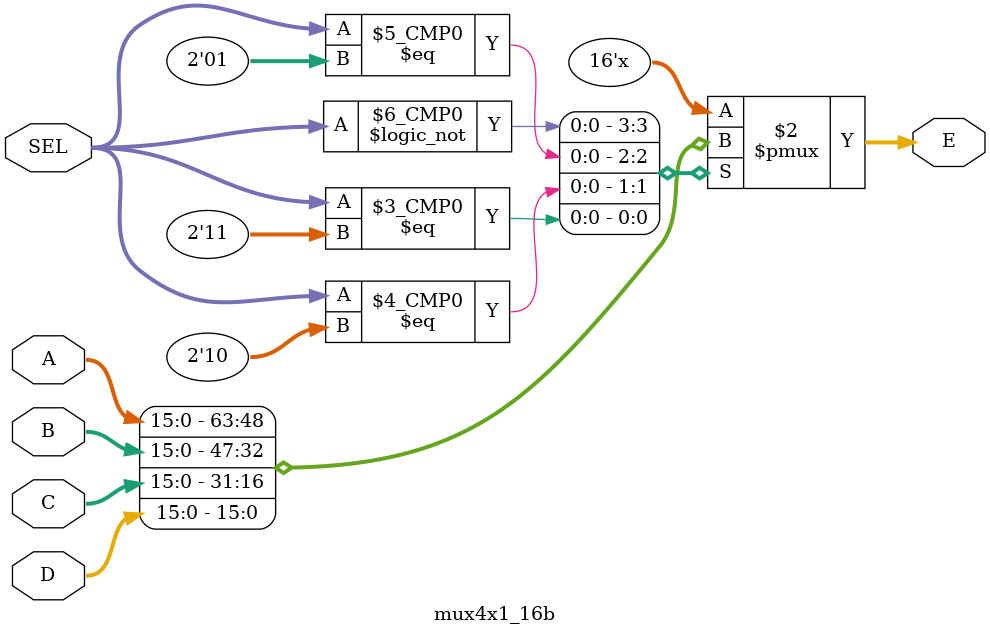
<source format=v>
module mux2x1_16b(A,B,SEL,D);
    input [15:0]A,B;
    input [0:0] SEL;

    output reg[15:0] D;

    always @ (A or B or SEL) begin
        case(SEL)
            1'b0: D <= A;
            1'b1: D <= B;
        endcase
    end
endmodule

module mux4x1_16b(A,B,C,D,SEL,E);

    input [15:0] A,B,C,D;
    input [1:0] SEL;
    output reg[15:0] E;

    always @ (A or B or C or D or SEL) begin
        case(SEL)
            2'b00: E <= A;
            2'b01: E <= B;
            2'b10: E <= C;
            2'b11: E <= D;
        endcase
    end

endmodule

    
</source>
